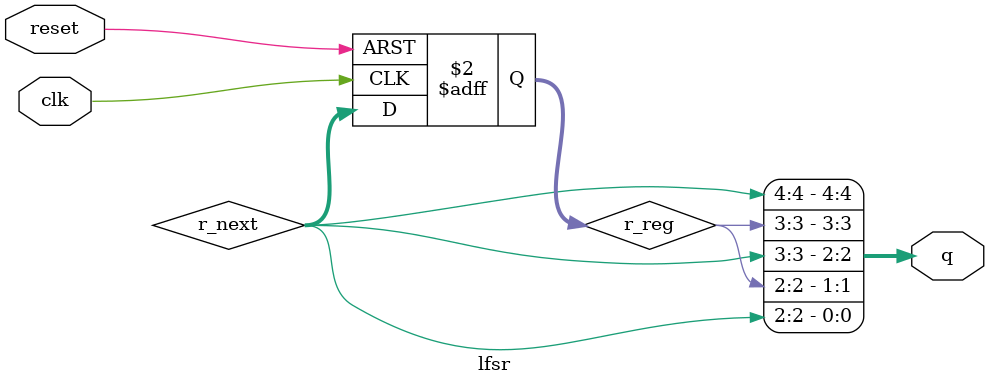
<source format=v>
module lfsr( 
    input clk,
    input reset,
    output [4:0] q
); 
reg [4:0] r_reg;
wire [4:0] r_next;
wire feedback_value;
// on reset set the value of r_reg to 1
// otherwise assign r_next to r_reg
// assign the xor of bit positions 2 and 4 of r_reg to feedback_value
// assign feedback concatenated with 4 most significant bits of r_reg to r_next
// assign r_reg to the output q
// xor most significant 2 and 4 bits of r_next to get bit positions 2 and 4 of q
assign q = {r_reg[4], r_next[4], r_reg[3], r_next[3], r_reg[2], r_next[2]};

always @(posedge clk or posedge reset)
 begin
	if (reset)
	begin
	r_reg <= 1;
	end
	else
	begin
	r_reg <= r_next;
	end
 end

endmodule

</source>
